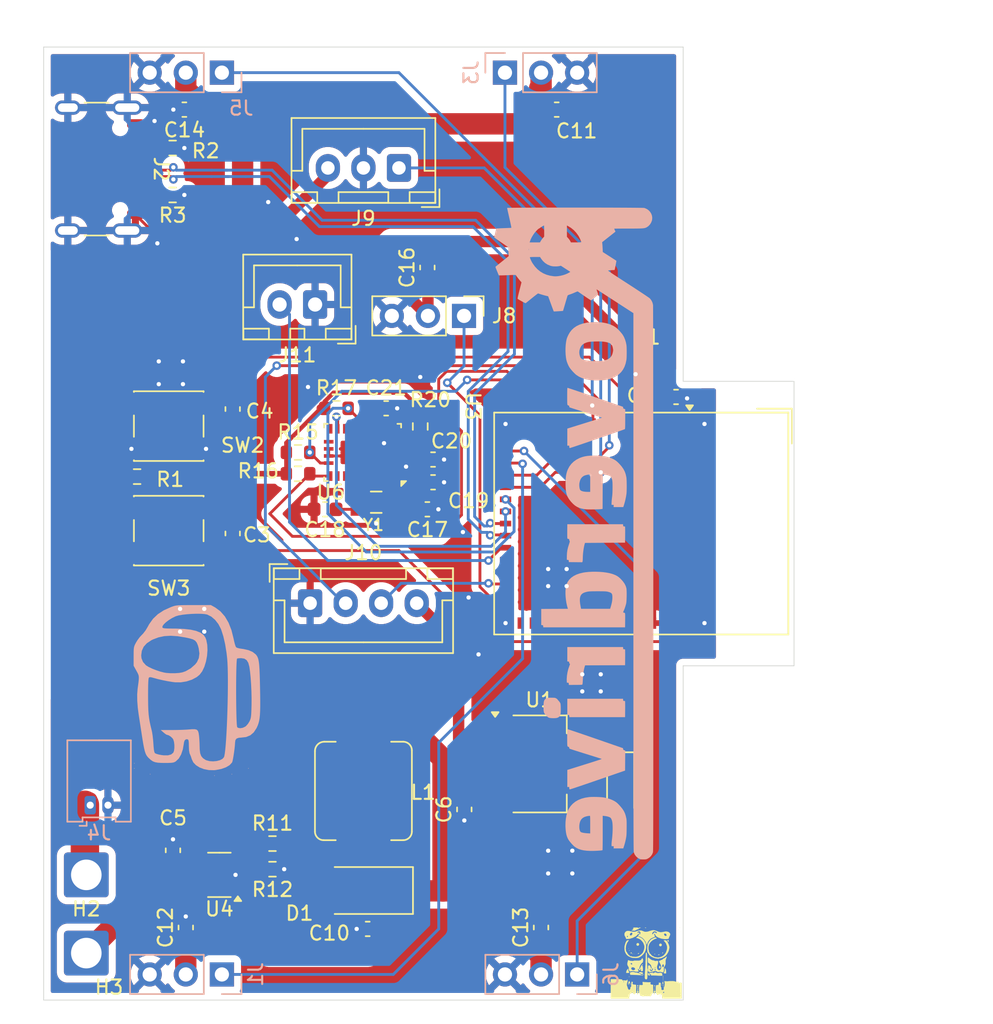
<source format=kicad_pcb>
(kicad_pcb (version 20241229) (generator "pcbnew") (generator_version "9.0")
  (layers (0 "F.Cu" signal) (2 "B.Cu" signal) (13 "F.Paste" user) (15 "B.Paste" user) (5 "F.SilkS" user "F.Silkscreen") (7 "B.SilkS" user "B.Silkscreen") (1 "F.Mask" user) (3 "B.Mask" user) (25 "Edge.Cuts" user))
  (net 0 "")
  (net 1 "GND")
  (net 2 "Net-(U3-EN)")
  (net 3 "Net-(U3-IO0)")
  (net 4 "+BATT")
  (net 5 "+5V")
  (net 6 "Net-(U4-EN)")
  (net 7 "Sense_Echo")
  (net 8 "Sense_Trig")
  (net 10 "D+")
  (net 12 "Net-(J2-CC2)")
  (net 13 "D-")
  (net 14 "Net-(J2-CC1)")
  (net 15 "Net-(U6-XIN32)")
  (net 16 "+3V3")
  (net 17 "LED")
  (net 24 "Net-(U6-XOUT32)")
  (net 30 "Net-(U6-CAP)")
  (net 32 "ServoRL")
  (net 34 "Net-(D1-A)")
  (net 35 "ServoFR")
  (net 40 "ServoFL")
  (net 41 "ServoRR")
  (net 45 "ServoClaw")
  (net 49 "Sense_Sound")
  (net 50 "IMU_SCL")
  (net 51 "IMU_SDA")
  (net 52 "IMU_RST")
  (net 53 "Net-(U6-~{BOOT_LOAD_PIN})")
  (net 54 "IMU_INT")
  (net 67 "Net-(U4-FB)")
  (footprint "Capacitor_SMD:C_0603_1608Metric" (layer "F.Cu") (at 156.8 121)
    (property "Reference" "C10")
    (property "Value" "22uF")
  )
  (footprint "Capacitor_SMD:C_0603_1608Metric" (layer "F.Cu") (at 178.5 83.6)
    (property "Reference" "C2")
    (property "Value" "100nF")
  )
  (footprint "Resistor_SMD:R_0603_1608Metric" (layer "F.Cu") (at 151.9 89)
    (property "Reference" "R16")
    (property "Value" "10k")
  )
  (footprint "Capacitor_SMD:C_0603_1608Metric" (layer "F.Cu") (at 144 120.9 90)
    (property "Reference" "C12")
    (property "Value" "100nF")
  )
  (footprint "Button_Switch_SMD:SW_SPST_PTS647_Sx50" (layer "F.Cu") (at 142.8 85.65 180)
    (property "Reference" "SW2")
    (property "Value" "SW_Push")
  )
  (footprint "Capacitor_Tantalum_SMD:CP_EIA-3216-18_Kemet-A" (layer "F.Cu") (at 174.6 110.9 -90)
    (property "Reference" "C7")
    (property "Value" "22uF")
  )
  (footprint "Resistor_SMD:R_0603_1608Metric" (layer "F.Cu") (at 160.5 85.675 90)
    (property "Reference" "R20")
    (property "Value" "10k")
  )
  (footprint "Package_TO_SOT_SMD:SOT-223-3_TabPin2" (layer "F.Cu") (at 168.9 109.4)
    (property "Reference" "U1")
    (property "Value" "AMS1117-3.3")
  )
  (footprint "Connector_JST:JST_XH_B4B-XH-A_1x04_P2.50mm_Vertical" (layer "F.Cu") (at 152.75 98.1)
    (property "Reference" "J10")
    (property "Value" "Sensor_1")
  )
  (footprint "Resistor_SMD:R_0603_1608Metric" (layer "F.Cu") (at 140.575 89.2)
    (property "Reference" "R1")
    (property "Value" "10k")
  )
  (footprint "Resistor_SMD:R_0603_1608Metric" (layer "F.Cu") (at 143.075 66.1)
    (property "Reference" "R2")
    (property "Value" "5.1k")
  )
  (footprint "Package_LGA:LGA-28_5.2x3.8mm_P0.5mm" (layer "F.Cu") (at 156.4425 87.5 180)
    (property "Reference" "U6")
    (property "Value" "BNO055")
  )
  (footprint "Capacitor_SMD:C_0603_1608Metric" (layer "F.Cu") (at 176.425 82 180)
    (property "Reference" "C1")
    (property "Value" "10uF")
  )
  (footprint "Capacitor_SMD:C_0603_1608Metric" (layer "F.Cu") (at 153.8 91.5 180)
    (property "Reference" "C18")
    (property "Value" "22pF")
  )
  (footprint "Connector_Wire:SolderWire-1.5sqmm_1x01_D1.7mm_OD3mm" (layer "F.Cu") (at 137 122.7 180)
    (property "Reference" "H3")
    (property "Value" "SWO")
  )
  (footprint "Connector_Wire:SolderWire-1.5sqmm_1x01_D1.7mm_OD3mm" (layer "F.Cu") (at 137 117.2 180)
    (property "Reference" "H2")
    (property "Value" "SWI")
  )
  (footprint "Inductor_SMD:L_Bourns_SRP7028A_7.3x6.6mm" (layer "F.Cu") (at 156.5 111.3 -90)
    (property "Reference" "L1")
    (property "Value" "22uH")
  )
  (footprint "Capacitor_SMD:C_0603_1608Metric" (layer "F.Cu") (at 161.4 89.6 180)
    (property "Reference" "C19")
    (property "Value" "10uF")
  )
  (footprint "Button_Switch_SMD:SW_SPST_PTS647_Sx50" (layer "F.Cu") (at 142.8 93 180)
    (property "Reference" "SW3")
    (property "Value" "SW_Push")
  )
  (footprint "Resistor_SMD:R_0603_1608Metric" (layer "F.Cu") (at 151.9 87.5)
    (property "Reference" "R15")
    (property "Value" "10k")
  )
  (footprint "Capacitor_SMD:C_0603_1608Metric" (layer "F.Cu") (at 143.9 63.4 180)
    (property "Reference" "C14")
    (property "Value" "100nF")
  )
  (footprint "Resistor_SMD:R_0603_1608Metric" (layer "F.Cu") (at 143.075 69.4 180)
    (property "Reference" "R3")
    (property "Value" "5.1k")
  )
  (footprint "Capacitor_SMD:C_0603_1608Metric" (layer "F.Cu") (at 147.3 93.2 -90)
    (property "Reference" "C3")
    (property "Value" "100nF")
  )
  (footprint "Capacitor_SMD:C_0603_1608Metric" (layer "F.Cu") (at 163.6 112.6 90)
    (property "Reference" "C6")
    (property "Value" "10uF")
  )
  (footprint "Package_TO_SOT_SMD:SOT-23-6" (layer "F.Cu") (at 146.3625 117.2 180)
    (property "Reference" "U4")
    (property "Value" "MT3608" (hide yes))
  )
  (footprint "Capacitor_SMD:C_0603_1608Metric" (layer "F.Cu") (at 161.4 88)
    (property "Reference" "C20")
    (property "Value" "100nF")
  )
  (footprint "Capacitor_SMD:C_0603_1608Metric" (layer "F.Cu") (at 169 120.9 90)
    (property "Reference" "C13")
    (property "Value" "100nF")
  )
  (footprint "Resistor_SMD:R_0603_1608Metric" (layer "F.Cu") (at 150.1 115)
    (property "Reference" "R11")
    (property "Value" "7.5k")
  )
  (footprint "Connector_JST:JST_XH_B2B-XH-A_1x02_P2.50mm_Vertical" (layer "F.Cu") (at 153.1 77.1 180)
    (property "Reference" "J11")
    (property "Value" "LED")
  )
  (footprint "Connector_USB:USB_C_Receptacle_GCT_USB4105-xx-A_16P_TopMnt_Horizontal" (layer "F.Cu") (at 136.775 67.58 -90)
    (property "Reference" "J2")
    (property "Value" "USB_C_Receptacle_USB2.0_16P")
  )
  (footprint "Connector_JST:JST_XH_B3B-XH-A_1x03_P2.50mm_Vertical" (layer "F.Cu") (at 159 67.5 180)
    (property "Reference" "J9")
    (property "Value" "Sensor_2")
  )
  (footprint "Capacitor_SMD:C_0603_1608Metric" (layer "F.Cu") (at 170.1 63.4)
    (property "Reference" "C11")
    (property "Value" "100nF")
  )
  (footprint "Resistor_SMD:R_0603_1608Metric" (layer "F.Cu") (at 150.1 116.8 180)
    (property "Reference" "R12")
    (property "Value" "1k")
  )
  (footprint "Capacitor_SMD:C_0603_1608Metric" (layer "F.Cu") (at 161 91.5 180)
    (property "Reference" "C17")
    (property "Value" "22pF")
  )
  (footprint "Diode_SMD:D_SMA" (layer "F.Cu") (at 156.4775 118.3 180)
    (property "Reference" "D1")
    (property "Value" "SS34")
  )
  (footprint "Capacitor_SMD:C_0603_1608Metric" (layer "F.Cu") (at 158.1 84.4)
    (property "Reference" "C21")
    (property "Value" "100nF")
  )
  (footprint "Connector_PinHeader_2.54mm:PinHeader_1x03_P2.54mm_Vertical" (layer "F.Cu") (at 163.58 77.9 -90)
    (property "Reference" "J8")
    (property "Value" "Servo_Claw")
  )
  (footprint "LOGO" (layer "F.Cu") (at 176.4 123.4)
    (property "Reference" "G***" (hide yes))
    (property "Value" "LOGO" (hide yes))
  )
  (footprint "ABS07:XTAL_ABS07-32.768KHZ-7-T" (layer "F.Cu") (at 157.4 91 180)
    (property "Reference" "Y1")
    (property "Value" "32.768KHz")
  )
  (footprint "Resistor_SMD:R_0603_1608Metric" (layer "F.Cu") (at 154.6 84.4)
    (property "Reference" "R17")
    (property "Value" "10k")
  )
  (footprint "Capacitor_SMD:C_0603_1608Metric" (layer "F.Cu") (at 161 74.5 90)
    (property "Reference" "C16")
    (property "Value" "100nF")
  )
  (footprint "Capacitor_SMD:C_0603_1608Metric" (layer "F.Cu") (at 143.1 115.475 -90)
    (property "Reference" "C5")
    (property "Value" "22uF")
  )
  (footprint "RF_Module:ESP32-S2-MINI-1" (layer "F.Cu") (at 176.05 92.5 -90)
    (property "Reference" "U3")
    (property "Value" "ESP32-S3-MINI-1")
  )
  (footprint "Capacitor_SMD:C_0603_1608Metric" (layer "F.Cu") (at 147.3 84.45 -90)
    (property "Reference" "C4")
    (property "Value" "100nF")
  )
  (footprint "LOGO" (layer "B.Cu") (at 171.261332 92.683991 -90)
    (property "Reference" "G***" (hide yes))
    (property "Value" "LOGO" (hide yes))
  )
  (footprint "Connector_PinHeader_2.54mm:PinHeader_1x03_P2.54mm_Vertical" (layer "B.Cu") (at 166.46 60.8 -90)
    (property "Reference" "J3")
    (property "Value" "Servo_RL")
  )
  (footprint "Connector_Molex:Molex_PicoBlade_53048-0210_1x02_P1.25mm_Horizontal" (layer "B.Cu") (at 137.275 112.3)
    (property "Reference" "J4")
    (property "Value" "Conn_01x02_Pin")
  )
  (footprint "Connector_PinHeader_2.54mm:PinHeader_1x03_P2.54mm_Vertical" (layer "B.Cu") (at 171.54 124.2 90)
    (property "Reference" "J6")
    (property "Value" "Servo_FL")
  )
  (footprint "Connector_PinHeader_2.54mm:PinHeader_1x03_P2.54mm_Vertical" (layer "B.Cu") (at 146.54 124.2 90)
    (property "Reference" "J1")
    (property "Value" "Servo_FR")
  )
  (footprint "Connector_PinHeader_2.54mm:PinHeader_1x03_P2.54mm_Vertical" (layer "B.Cu") (at 146.54 60.8 90)
    (property "Reference" "J5")
    (property "Value" "Servo_RR")
  )
  (footprint "LOGO" (layer "B.Cu") (at 144.8 104.2 180)
    (property "Reference" "G***" (hide yes))
    (property "Value" "LOGO" (hide yes))
  )
  (gr_line (start 186.8 82.5) (end 179 82.5) (stroke (width 0.05)) (layer "Edge.Cuts"))
  (gr_line (start 179 126) (end 134 126) (stroke (width 0.05)) (layer "Edge.Cuts"))
  (gr_line (start 186.8 82.5) (end 186.8 102.5) (stroke (width 0.05)) (layer "Edge.Cuts"))
  (gr_line (start 179 82.5) (end 179 59) (stroke (width 0.05)) (layer "Edge.Cuts"))
  (gr_line (start 134 59) (end 179 59) (stroke (width 0.05)) (layer "Edge.Cuts"))
  (gr_line (start 134 59) (end 134 126) (stroke (width 0.05)) (layer "Edge.Cuts"))
  (gr_line (start 179 102.5) (end 179 126) (stroke (width 0.05)) (layer "Edge.Cuts"))
  (gr_line (start 186.8 102.5) (end 179 102.5) (stroke (width 0.05)) (layer "Edge.Cuts"))
  (segment (start 161.276 84.96319) (end 162.175 85.86219) (width 0.2) (layer "F.Cu") (net 1))
  (segment (start 156.6925 88.1075) (end 157.95 86.85) (width 0.2) (layer "F.Cu") (net 1))
  (segment (start 158.6925 85.8375) (end 158.6925 86.6125) (width 0.2) (layer "F.Cu") (net 1))
  (segment (start 159.5 88.5) (end 159.25 88.25) (width 0.2) (layer "F.Cu") (net 1))
  (segment (start 141.62 64.38) (end 141.8 64.2) (width 0.2) (layer "F.Cu") (net 1))
  (segment (start 140.455 64.38) (end 141.62 64.38) (width 0.2) (layer "F.Cu") (net 1))
  (segment (start 158.6925 85.8375) (end 158.6925 84.5825) (width 0.2) (layer "F.Cu") (net 1))
  (segment (start 160.5 82.2) (end 161.276 82.976) (width 0.2) (layer "F.Cu") (net 1))
  (segment (start 157.95 86.85) (end 158.05 86.75) (width 0.2) (layer "F.Cu") (net 1))
  (segment (start 158.05 86.75) (end 158.83 86.75) (width 0.2) (layer "F.Cu") (net 1))
  (segment (start 158.6925 86.6125) (end 158.83 86.75) (width 0.2) (layer "F.Cu") (net 1))
  (segment (start 158.6925 84.5825) (end 158.875 84.4) (width 0.2) (layer "F.Cu") (net 1))
  (segment (start 140.455 70.78) (end 142 72.325) (width 0.2) (layer "F.Cu") (net 1))
  (segment (start 154.055 87.75) (end 157.05 87.75) (width 0.2) (layer "F.Cu") (net 1))
  (segment (start 142 72.325) (end 142 72.8) (width 0.2) (layer "F.Cu") (net 1))
  (segment (start 157.05 87.75) (end 157.95 86.85) (width 0.2) (layer "F.Cu") (net 1))
  (segment (start 156.6925 89.1625) (end 156.6925 88.1075) (width 0.2) (layer "F.Cu") (net 1))
  (segment (start 159.25 88.25) (end 158.83 88.25) (width 0.2) (layer "F.Cu") (net 1))
  (segment (start 161.276 82.976) (end 161.276 84.96319) (width 0.2) (layer "F.Cu") (net 1))
  (segment (start 154.055 87.25) (end 154.055 87.75) (width 0.2) (layer "F.Cu") (net 1))
  (segment (start 162.175 85.86219) (end 162.175 88) (width 0.2) (layer "F.Cu") (net 1))
  (via (at 169.5 96.9) (size 0.6) (drill 0.3) (layers "F.Cu" "B.Cu") (net 1))
  (via (at 149.8 69.9) (size 0.6) (drill 0.3) (layers "F.Cu" "B.Cu") (net 1))
  (via (at 161.775 91.5) (size 0.6) (drill 0.3) (layers "F.Cu" "B.Cu") (net 1))
  (via (at 143.125 63.4) (size 0.6) (drill 0.3) (layers "F.Cu" "B.Cu") (net 1))
  (via (at 158.875 84.4) (size 0.6) (drill 0.3) (layers "F.Cu" "B.Cu") (net 1))
  (via (at 144 120.125) (size 0.6) (drill 0.3) (layers "F.Cu" "B.Cu") (net 1))
  (via (at 164.6 101.7) (size 0.6) (drill 0.3) (layers "F.Cu" "B.Cu") (net 1))
  (via (at 160.5 82.2) (size 0.6) (drill 0.3) (layers "F.Cu" "B.Cu") (net 1))
  (via (at 162.175 89.6) (size 0.6) (drill 0.3) (layers "F.Cu" "B.Cu") (net 1))
  (via (at 151.8 72.5) (size 0.6) (drill 0.3) (layers "F.Cu" "B.Cu") (net 1))
  (via (at 173.2 103.1) (size 0.6) (drill 0.3) (layers "F.Cu" "B.Cu") (net 1))
  (via (at 166.5 99.5) (size 0.6) (drill 0.3) (layers "F.Cu" "B.Cu") (net 1))
  (via (at 142.1 81.1) (size 0.6) (drill 0.3) (layers "F.Cu" "B.Cu") (net 1))
  (via (at 147.5 117.2) (size 0.6) (drill 0.3) (layers "F.Cu" "B.Cu") (net 1))
  (via (at 142.1 82.7) (size 0.6) (drill 0.3) (layers "F.Cu" "B.Cu") (net 1))
  (via (at 175.65 82) (size 0.6) (drill 0.3) (layers "F.Cu" "B.Cu") (net 1))
  (via (at 143.8 82.7) (size 0.6) (drill 0.3) (layers "F.Cu" "B.Cu") (net 1))
  (via (at 170.8 96.9) (size 0.6) (drill 0.3) (layers "F.Cu" "B.Cu") (net 1))
  (via (at 169.5 115.5) (size 0.6) (drill 0.3) (layers "F.Cu" "B.Cu") (net 1))
  (via (at 180.5 85.5) (size 0.6) (drill 0.3) (layers "F.Cu" "B.Cu") (net 1))
  (via (at 171.2 115.5) (size 0.6) (drill 0.3) (layers "F.Cu" "B.Cu") (net 1))
  (via (at 171.9 103.1) (size 0.6) (drill 0.3) (layers "F.Cu" "B.Cu") (net 1))
  (via (at 166.5 85.5) (size 0.6) (drill 0.3) (layers "F.Cu" "B.Cu") (net 1))
  (via (at 157.95 86.85) (size 0.6) (drill 0.3) (layers "F.Cu" "B.Cu") (net 1))
  (via (at 143.9 69.4) (size 0.6) (drill 0.3) (layers "F.Cu" "B.Cu") (net 1))
  (via (at 143.6 100.1) (size 0.6) (drill 0.3) (layers "F.Cu" "B.Cu") (net 1))
  (via (at 157.4 92.5) (size 0.6) (drill 0.3) (layers "F.Cu" "B.Cu") (net 1))
  (via (at 140.175 87.25) (size 0.6) (drill 0.3) (layers "F.Cu" "B.Cu") (net 1))
  (via (at 163.9 97.7) (size 0.6) (drill 0.3) (layers "F.Cu" "B.Cu") (net 1))
  (via (at 163.6 113.375) (size 0.6) (drill 0.3) (layers "F.Cu" "B.Cu") (net 1))
  (via (at 180.5 99.5) (size 0.6) (drill 0.3) (layers "F.Cu" "B.Cu") (net 1))
  (via (at 156.025 121) (size 0.6) (drill 0.3) (layers "F.Cu" "B.Cu") (net 1))
  (via (at 173.2 104.3) (size 0.6) (drill 0.3) (layers "F.Cu" "B.Cu") (net 1))
  (via (at 159.5 88.5) (size 0.6) (drill 0.3) (layers "F.Cu" "B.Cu") (net 1))
  (via (at 142 72.8) (size 0.6) (drill 0.3) (layers "F.Cu" "B.Cu") (net 1))
  (via (at 150.925 116.8) (size 0.6) (drill 0.3) (layers "F.Cu" "B.Cu") (net 1))
  (via (at 170.8 95.7) (size 0.6) (drill 0.3) (layers "F.Cu" "B.Cu") (net 1))
  (via (at 141.8 64.2) (size 0.6) (drill 0.3) (layers "F.Cu" "B.Cu") (net 1))
  (via (at 143.6 98.5) (size 0.6) (drill 0.3) (layers "F.Cu" "B.Cu") (net 1))
  (via (at 171.9 104.3) (size 0.6) (drill 0.3) (layers "F.Cu" "B.Cu") (net 1))
  (via (at 143.9 66.1) (size 0.6) (drill 0.3) (layers "F.Cu" "B.Cu") (net 1))
  (via (at 145.3 98.5) (size 0.6) (drill 0.3) (layers "F.Cu" "B.Cu") (net 1))
  (via (at 169.5 117.1) (size 0.6) (drill 0.3) (layers "F.Cu" "B.Cu") (net 1))
  (via (at 143.8 81.1) (size 0.6) (drill 0.3) (layers "F.Cu" "B.Cu") (net 1))
  (via (at 145.3 100.1) (size 0.6) (drill 0.3) (layers "F.Cu" "B.Cu") (net 1))
  (via (at 145.425 87.25) (size 0.6) (drill 0.3) (layers "F.Cu" "B.Cu") (net 1))
  (via (at 163.5 93.1) (size 0.6) (drill 0.3) (layers "F.Cu" "B.Cu") (net 1))
  (via (at 143.1 114.7) (size 0.6) (drill 0.3) (layers "F.Cu" "B.Cu") (net 1))
  (via (at 179.275 83.7) (size 0.6) (drill 0.3) (layers "F.Cu" "B.Cu") (net 1))
  (via (at 169.5 95.7) (size 0.6) (drill 0.3) (layers "F.Cu" "B.Cu") (net 1))
  (via (at 162.175 88) (size 0.6) (drill 0.3) (layers "F.Cu" "B.Cu") (net 1))
  (via (at 152.6 82.9) (size 0.6) (drill 0.3) (layers "F.Cu" "B.Cu") (net 1))
  (via (at 171.2 117.1) (size 0.6) (drill 0.3) (layers "F.Cu" "B.Cu") (net 1))
  (segment (start 141.4 90.175) (end 141.4 89.2) (width 0.2) (layer "F.Cu") (net 2))
  (segment (start 146.1 91.4) (end 140.175 91.4) (width 0.2) (layer "F.Cu") (net 2))
  (segment (start 178.502 100.8) (end 165.4 100.8) (width 0.2) (layer "F.Cu") (net 2))
  (segment (start 147.125 92.425) (end 146.1 91.4) (width 0.2) (layer "F.Cu") (net 2))
  (segment (start 179.45 99.5) (end 179.45 99.852) (width 0.2) (layer "F.Cu") (net 2))
  (segment (start 150.4 94.4) (end 148.425 92.425) (width 0.2) (layer "F.Cu") (net 2))
  (segment (start 148.425 92.425) (end 147.3 92.425) (width 0.2) (layer "F.Cu") (net 2))
  (segment (start 165.4 100.8) (end 159 94.4) (width 0.2) (layer "F.Cu") (net 2))
  (segment (start 140.175 91.4) (end 141.4 90.175) (width 0.2) (layer "F.Cu") (net 2))
  (segment (start 159 94.4) (end 150.4 94.4) (width 0.2) (layer "F.Cu") (net 2))
  (segment (start 147.3 92.425) (end 147.125 92.425) (width 0.2) (layer "F.Cu") (net 2))
  (segment (start 179.45 99.852) (end 178.502 100.8) (width 0.2) (layer "F.Cu") (net 2))
  (segment (start 176.9 85.5) (end 176.9 85.3) (width 0.2) (layer "F.Cu") (net 3))
  (segment (start 147.3 83.225) (end 147.3 83.675) (width 0.2) (layer "F.Cu") (net 3))
  (segment (start 146.925 84.05) (end 147.3 83.675) (width 0.2) (layer "F.Cu") (net 3))
  (segment (start 140.175 84.05) (end 146.925 84.05) (width 0.2) (layer "F.Cu") (net 3))
  (segment (start 176.9 85.3) (end 172.399 80.799) (width 0.2) (layer "F.Cu") (net 3))
  (segment (start 172.399 80.799) (end 149.726 80.799) (width 0.2) (layer "F.Cu") (net 3))
  (segment (start 149.726 80.799) (end 147.3 83.225) (width 0.2) (layer "F.Cu") (net 3))
  (segment (start 136.9 116.55) (end 137.275 116.925) (width 1) (layer "F.Cu") (net 4))
  (segment (start 137.275 116.925) (end 137 117.2) (width 0.2) (layer "F.Cu") (net 4))
  (segment (start 136.9 112.275) (end 136.9 116.55) (width 2) (layer "F.Cu") (net 4))
  (segment (start 137.275 111.9) (end 136.9 112.275) (width 1) (layer "F.Cu") (net 4))
  (segment (start 158.5 118.3225) (end 158.4775 118.3) (width 0.2) (layer "F.Cu") (net 5))
  (segment (start 148 70.7) (end 148 66.002081) (width 1.5) (layer "F.Cu") (net 5))
  (segment (start 164.4225 118.3225) (end 163.1225 118.3225) (width 1.5) (layer "F.Cu") (net 5))
  (segment (start 143.7 65) (end 144.675 64.025) (width 0.6) (layer "F.Cu") (net 5))
  (segment (start 149.602081 64.4) (end 169 64.4) (width 1.5) (layer "F.Cu") (net 5))
  (segment (start 144 121.675) (end 144 124.2) (width 1) (layer "F.Cu") (net 5))
  (segment (start 169 121.675) (end 169.075 121.6) (width 0.2) (layer "F.Cu") (net 5))
  (segment (start 163.1225 118.3225) (end 162.1 118.3225) (width 1.5) (layer "F.Cu") (net 5))
  (segment (start 158.6 111.3) (end 159.5 112.2) (width 1) (layer "F.Cu") (net 5))
  (segment (start 163.6 111.825) (end 165.625 111.825) (width 0.2) (layer "F.Cu") (net 5))
  (segment (start 150.925 115) (end 154.625 111.3) (width 1) (layer "F.Cu") (net 5))
  (segment (start 140.455 69.98) (end 141.18 69.98) (width 0.6) (layer "F.Cu") (net 5))
  (segment (start 156.74335 122.426) (end 158.5 120.66935) (width 1.5) (layer "F.Cu") (net 5))
  (segment (start 144.1 72.9) (end 144.3 72.9) (width 0.6) (layer "F.Cu") (net 5))
  (segment (start 169 124.2) (end 169 121.675) (width 1) (layer "F.Cu") (net 5))
  (segment (start 169 61.9) (end 169 60.8) (width 1.5) (layer "F.Cu") (net 5))
  (segment (start 144.3 72.9) (end 144.3 74.4) (width 0.6) (layer "F.Cu") (net 5))
  (segment (start 135.4 103.7) (end 135.4 74.4) (width 1.5) (layer "F.Cu") (net 5))
  (segment (start 154.625 111.3) (end 158.6 111.3) (width 1) (layer "F.Cu") (net 5))
  (segment (start 144 123.638) (end 144 121.9) (width 1.5) (layer "F.Cu") (net 5))
  (segment (start 157.575 121) (end 158.5 120.075) (width 1) (layer "F.Cu") (net 5))
  (segment (start 165.75 116.995) (end 165.75 111.7) (width 1.5) (layer "F.Cu") (net 5))
  (segment (start 165.625 111.825) (end 165.75 111.7) (width 0.2) (layer "F.Cu") (net 5))
  (segment (start 169 61.9) (end 168.9 61.9) (width 1.5) (layer "F.Cu") (net 5))
  (segment (start 140.455 65.18) (end 141.32 65.18) (width 0.6) (layer "F.Cu") (net 5))
  (segment (start 148 66.002081) (end 145.84896 63.85104) (width 1.5) (layer "F.Cu") (net 5))
  (segment (start 169 124.2) (end 169 122.9) (width 1.5) (layer "F.Cu") (net 5))
  (segment (start 143.925 121.6) (end 144 121.675) (width 0.2) (layer "F.Cu") (net 5))
  (segment (start 137 105.3) (end 135.4 103.7) (width 1.5) (layer "F.Cu") (net 5))
  (segment (start 148 66.002081) (end 149.602081 64.4) (width 1.5) (layer "F.Cu") (net 5))
  (segment (start 169.075 60.875) (end 169 60.8) (width 0.2) (layer "F.Cu") (net 5))
  (segment (start 158.5 120.66935) (end 158.5 118.3225) (width 1.5) (layer "F.Cu") (net 5))
  (segment (start 144 124.2) (end 144 123.638) (width 1) (layer "F.Cu") (net 5))
  (segment (start 162.1 109.048) (end 158.352 105.3) (width 1.5) (layer "F.Cu") (net 5))
  (segment (start 162.1 118.3225) (end 158.5 118.3225) (width 1.5) (layer "F.Cu") (net 5))
  (segment (start 141.18 69.98) (end 144.1 72.9) (width 0.6) (layer "F.Cu") (net 5))
  (segment (start 145.84896 63.85104) (end 144 62.002081) (width 1.5) (layer "F.Cu") (net 5))
  (segment (start 141.5 65) (end 143.7 65) (width 0.6) (layer "F.Cu") (net 5))
  (segment (start 158.5 120.075) (end 158.5 118.3225) (width 1) (layer "F.Cu") (net 5))
  (segment (start 135.4 74.4) (end 144.3 74.4) (width 1.5) (layer "F.Cu") (net 5))
  (segment (start 144 62.002081) (end 144 60.8) (width 1.5) (layer "F.Cu") (net 5))
  (segment (start 158.352 105.3) (end 137 105.3) (width 1.5) (layer "F.Cu") (net 5))
  (segment (start 144.3 74.4) (end 148 70.7) (width 1.5) (layer "F.Cu") (net 5))
  (segment (start 144.675 64.025) (end 144.675 63.4) (width 0.6) (layer "F.Cu") (net 5))
  (segment (start 162.1 118.3225) (end 162.1 109.048) (width 1.5) (layer "F.Cu") (net 5))
  (segment (start 141.32 65.18) (end 141.5 65) (width 0.6) (layer "F.Cu") (net 5))
  (segment (start 149.926 122.426) (end 156.74335 122.426) (width 1.5) (layer "F.Cu") (net 5))
  (segment (start 149.4 121.9) (end 149.926 122.426) (width 1.5) (layer "F.Cu") (net 5))
  (segment (start 164.4225 118.3225) (end 165.75 116.995) (width 1.5) (layer "F.Cu") (net 5))
  (segment (start 159.5 117.2775) (end 158.4775 118.3) (width 1) (layer "F.Cu") (net 5))
  (segment (start 169 64.4) (end 169 61.9) (width 1.5) (layer "F.Cu") (net 5))
  (segment (start 144 121.9) (end 149.4 121.9) (width 1.5) (layer "F.Cu") (net 5))
  (segment (start 144.025 60.825) (end 144 60.8) (width 0.2) (layer "F.Cu") (net 5))
  (segment (start 169 122.9) (end 164.4225 118.3225) (width 1.5) (layer "F.Cu") (net 5))
  (segment (start 159.5 112.2) (end 159.5 117.2775) (width 1) (layer "F.Cu") (net 5))
  (segment (start 145.225 114.675) (end 145.225 116.25) (width 1.5) (layer "F.Cu") (net 6))
  (segment (start 143.1 116.6) (end 145.225 116.6) (width 1.5) (layer "F.Cu") (net 6))
  (segment (start 151.325 108.575) (end 156.5 108.575) (width 1.5) (layer "F.Cu") (net 6))
  (segment (start 137 122.7) (end 143.1 116.6) (width 1.5) (layer "F.Cu") (net 6))
  (segment (start 151.325 108.575) (end 145.225 114.675) (width 1.5) (layer "F.Cu") (net 6))
  (segment (start 173.5 84.250057) (end 170.649943 81.4) (width 0.2) (layer "F.Cu") (net 7))
  (segment (start 170.649943 81.4) (end 150.4 81.4) (width 0.2) (layer "F.Cu") (net 7))
  (segment (start 173.5 85.5) (end 173.5 84.250057) (width 0.2) (layer "F.Cu") (net 7))
  (via (at 150.4 81.4) (size 0.6) (drill 0.3) (layers "F.Cu" "B.Cu") (net 7))
  (segment (start 155.1 98.1) (end 155.25 98.1) (width 0.2) (layer "B.Cu") (net 7))
  (segment (start 150.4 81.4) (end 149.6 82.2) (width 0.2) (layer "B.Cu") (net 7))
  (segment (start 149.6 92.6) (end 155.1 98.1) (width 0.2) (layer "B.Cu") (net 7))
  (segment (start 149.6 82.2) (end 149.6 92.6) (width 0.2) (layer "B.Cu") (net 7))
  (segment (start 165.35 96.75) (end 165.3 96.7) (width 0.2) (layer "F.Cu") (net 8))
  (segment (start 166.5 96.75) (end 165.35 96.75) (width 0.2) (layer "F.Cu") (net 8))
  (via (at 165.3 96.7) (size 0.6) (drill 0.3) (layers "F.Cu" "B.Cu") (net 8))
  (segment (start 159.15 96.7) (end 157.75 98.1) (width 0.2) (layer "B.Cu") (net 8))
  (segment (start 165.3 96.7) (end 159.15 96.7) (width 0.2) (layer "B.Cu") (net 8))
  (segment (start 166.45 93.3) (end 166.5 93.35) (width 0.2) (layer "F.Cu") (net 10))
  (segment (start 141.331 68.062824) (end 141.063824 68.33) (width 0.2) (layer "F.Cu") (net 10))
  (segment (start 140.455 67.33) (end 141.063824 67.33) (width 0.2) (layer "F.Cu") (net 10))
  (segment (start 140.905 67.305) (end 141.286802 67.305) (width 0.2) (layer "F.Cu") (net 10))
  (segment (start 140.455 67.33) (end 140.479999 67.354999) (width 0.2) (layer "F.Cu") (net 10))
  (segment (start 165.42116 93.320435) (end 165.441595 93.3) (width 0.2) (layer "F.Cu") (net 10))
  (segment (start 140.455 67.33) (end 140.88 67.33) (width 0.2) (layer "F.Cu") (net 10))
  (segment (start 141.286802 67.305) (end 142.086062 68.10426) (width 0.2) (layer "F.Cu") (net 10))
  (segment (start 140.88 67.33) (end 140.905 67.305) (width 0.2) (layer "F.Cu") (net 10))
  (segment (start 141.063824 68.33) (end 140.455 68.33) (width 0.2) (layer "F.Cu") (net 10))
  (segment (start 141.331 67.597176) (end 141.331 68.062824) (width 0.2) (layer "F.Cu") (net 10))
  (segment (start 142.086062 68.10426) (end 142.926643 68.10426) (width 0.2) (layer "F.Cu") (net 10))
  (segment (start 142.926643 68.10426) (end 143.126642 68.304259) (width 0.2) (layer "F.Cu") (net 10))
  (segment (start 141.063824 67.33) (end 141.331 67.597176) (width 0.2) (layer "F.Cu") (net 10))
  (segment (start 165.441595 93.3) (end 166.45 93.3) (width 0.2) (layer "F.Cu") (net 10))
  (via (at 143.126642 68.304259) (size 0.6) (drill 0.3) (layers "F.Cu" "B.Cu") (net 10))
  (via (at 165.42116 93.320435) (size 0.6) (drill 0.3) (layers "F.Cu" "B.Cu") (net 10))
  (segment (start 166.675 74.093198) (end 164.297489 71.715687) (width 0.2) (layer "B.Cu") (net 10))
  (segment (start 163.875 92.193198) (end 163.875 83.206802) (width 0.2) (layer "B.Cu") (net 10))
  (segment (start 165.42116 93.320435) (end 165.221161 93.120436) (width 0.2) (layer "B.Cu") (net 10))
  (segment (start 164.143295 71.625) (end 153.406802 71.625) (width 0.2) (layer "B.Cu") (net 10))
  (segment (start 164.206802 71.625) (end 164.143295 71.625) (width 0.2) (layer "B.Cu") (net 10))
  (segment (start 148.222819 68.10426) (end 147.002881 68.10426) (width 0.2) (layer "B.Cu") (net 10))
  (segment (start 143.126642 68.304259) (end 143.326641 68.10426) (width 0.2) (layer "B.Cu") (net 10))
  (segment (start 143.326641 68.10426) (end 145.816087 68.10426) (width 0.2) (layer "B.Cu") (net 10))
  (segment (start 165.221161 93.120436) (end 164.802238 93.120436) (width 0.2) (layer "B.Cu") (net 10))
  (segment (start 149.886062 68.10426) (end 148.222819 68.10426) (width 0.2) (layer "B.Cu") (net 10))
  (segment (start 166.675 80.406802) (end 166.675 74.093198) (width 0.2) (layer "B.Cu") (net 10))
  (segment (start 163.875 83.206802) (end 166.675 80.406802) (width 0.2) (layer "B.Cu") (net 10))
  (segment (start 146.906511 68.10426) (end 146.806242 68.10426) (width 0.2) (layer "B.Cu") (net 10))
  (segment (start 153.406802 71.625) (end 149.886062 68.10426) (width 0.2) (layer "B.Cu") (net 10))
  (segment (start 147.002881 68.10426) (end 146.906511 68.10426) (width 0.2) (layer "B.Cu") (net 10))
  (segment (start 164.802238 93.120436) (end 163.875 92.193198) (width 0.2) (layer "B.Cu") (net 10))
  (segment (start 164.297489 71.715687) (end 164.206802 71.625) (width 0.2) (layer "B.Cu") (net 10))
  (segment (start 145.816087 68.10426) (end 146.806242 68.10426) (width 0.2) (layer "B.Cu") (net 10))
  (segment (start 142.18 69.33) (end 142.25 69.4) (width 0.2) (layer "F.Cu") (net 12))
  (segment (start 140.455 69.33) (end 142.18 69.33) (width 0.2) (layer "F.Cu") (net 12))
  (segment (start 165.42116 92.470435) (end 165.450725 92.5) (width 0.2) (layer "F.Cu") (net 13))
  (segment (start 142.926643 67.654258) (end 143.126642 67.454259) (width 0.2) (layer "F.Cu") (net 13))
  (segment (start 139.846176 66.83) (end 139.579 67.097176) (width 0.2) (layer "F.Cu") (net 13))
  (segment (start 139.579 67.097176) (end 139.579 67.660824) (width 0.2) (layer "F.Cu") (net 13))
  (segment (start 139.579 67.660824) (end 139.748176 67.83) (width 0.2) (layer "F.Cu") (net 13))
  (segment (start 165.450725 92.5) (end 166.5 92.5) (width 0.2) (layer "F.Cu") (net 13))
  (segment (start 140.455 66.83) (end 140.88 66.83) (width 0.2) (layer "F.Cu") (net 13))
  (segment (start 140.455 67.83) (end 140.479999 67.805001) (width 0.2) (layer "F.Cu") (net 13))
  (segment (start 142.272456 67.654258) (end 142.926643 67.654258) (width 0.2) (layer "F.Cu") (net 13))
  (segment (start 140.455 66.83) (end 139.846176 66.83) (width 0.2) (layer "F.Cu") (net 13))
  (segment (start 140.88 66.83) (end 140.905 66.855) (width 0.2) (layer "F.Cu") (net 13))
  (segment (start 140.905 66.855) (end 141.473198 66.855) (width 0.2) (layer "F.Cu") (net 13))
  (segment (start 141.473198 66.855) (end 142.272456 67.654258) (width 0.2) (layer "F.Cu") (net 13))
  (segment (start 139.748176 67.83) (end 140.455 67.83) (width 0.2) (layer "F.Cu") (net 13))
  (via (at 143.126642 67.454259) (size 0.6) (drill 0.3) (layers "F.Cu" "B.Cu") (net 13))
  (via (at 165.42116 92.470435) (size 0.6) (drill 0.3) (layers "F.Cu" "B.Cu") (net 13))
  (segment (start 153.593198 71.175) (end 150.072456 67.654258) (width 0.2) (layer "B.Cu") (net 13))
  (segment (start 165.221161 92.670434) (end 164.988632 92.670434) (width 0.2) (layer "B.Cu") (net 13))
  (segment (start 164.393198 71.175) (end 153.593198 71.175) (width 0.2) (layer "B.Cu") (net 13))
  (segment (start 165.42116 92.470435) (end 165.221161 92.670434) (width 0.2) (layer "B.Cu") (net 13))
  (segment (start 143.326641 67.654258) (end 145.816087 67.654258) (width 0.2) (layer "B.Cu") (net 13))
  (segment (start 164.988632 92.670434) (end 164.325 92.006802) (width 0.2) (layer "B.Cu") (net 13))
  (segment (start 164.325 83.393198) (end 167.125 80.593198) (width 0.2) (layer "B.Cu") (net 13))
  (segment (start 145.816087 67.654258) (end 146.806242 67.654258) (width 0.2) (layer "B.Cu") (net 13))
  (segment (start 167.125 80.593198) (end 167.125 73.906802) (width 0.2) (layer "B.Cu") (net 13))
  (segment (start 167.125 73.906802) (end 164.393198 71.175) (width 0.2) (layer "B.Cu") (net 13))
  (segment (start 143.126642 67.454259) (end 143.326641 67.654258) (width 0.2) (layer "B.Cu") (net 13))
  (segment (start 146.906511 67.654258) (end 146.806242 67.654258) (width 0.2) (layer "B.Cu") (net 13))
  (segment (start 164.325 92.006802) (end 164.325 83.393198) (width 0.2) (layer "B.Cu") (net 13))
  (segment (start 150.072456 67.654258) (end 146.906511 67.654258) (width 0.2) (layer "B.Cu") (net 13))
  (segment (start 140.455 66.33) (end 142.02 66.33) (width 0.2) (layer "F.Cu") (net 14))
  (segment (start 142.02 66.33) (end 142.25 66.1) (width 0.2) (layer "F.Cu") (net 14))
  (segment (start 159.15 91.5) (end 158.65 91) (width 0.2) (layer "F.Cu") (net 15))
  (segment (start 157.7 89.17) (end 157.7 89.65) (width 0.2) (layer "F.Cu") (net 15))
  (segment (start 157.95 89.9) (end 157.95 90.3) (width 0.2) (layer "F.Cu") (net 15))
  (segment (start 160.225 91.5) (end 159.15 91.5) (width 0.2) (layer "F.Cu") (net 15))
  (segment (start 157.95 90.3) (end 158.65 91) (width 0.2) (layer "F.Cu") (net 15))
  (segment (start 157.6925 89.1625) (end 157.7 89.17) (width 0.2) (layer "F.Cu") (net 15))
  (segment (start 157.7 89.65) (end 157.95 89.9) (width 0.2) (layer "F.Cu") (net 15))
  (segment (start 137.8 85.8) (end 137.8 82.7) (width 0.8) (layer "F.Cu") (net 16))
  (segment (start 158.2635 87.75) (end 158.83 87.75) (width 0.2) (layer "F.Cu") (net 16))
  (segment (start 154 68) (end 154 67.5) (width 0.8) (layer "F.Cu") (net 16))
  (segment (start 154.4 83.3) (end 159.35 83.3) (width 0.3) (layer "F.Cu") (net 16))
  (segment (start 141.5 85.8) (end 144.7 89) (width 0.4) (layer "F.Cu") (net 16))
  (segment (start 142.5 103.1) (end 137.8 98.4) (width 0.8) (layer "F.Cu") (net 16))
  (segment (start 160.375 87.75) (end 158.83 87.75) (width 0.3) (layer "F.Cu") (net 16))
  (segment (start 137.8 82.7) (end 142.9 77.6) (width 0.8) (layer "F.Cu") (net 16))
  (segment (start 158.1925 87.821) (end 158.2635 87.75) (width 0.2) (layer "F.Cu") (net 16))
  (segment (start 144.7 89) (end 151.075 89) (width 0.4) (layer "F.Cu") (net 16))
  (segment (start 164.4 109.4) (end 163.2 108.2) (width 0.8) (layer "F.Cu") (net 16))
  (segment (start 148 74) (end 157.14 74) (width 0.8) (layer "F.Cu") (net 16))
  (segment (start 160.5 84.85) (end 160.525 84.85) (width 0.3) (layer "F.Cu") (net 16))
  (segment (start 161.04 77.9) (end 161.04 75.315) (width 0.8) (layer "F.Cu") (net 16))
  (segment (start 157.14 74) (end 161.04 77.9) (width 0.8) (layer "F.Cu") (net 16))
  (segment (start 177.75 82.450626) (end 177.75 85.5) (width 0.8) (layer "F.Cu") (net 16))
  (segment (start 137.8 85.8) (end 141.5 85.8) (width 0.4) (layer "F.Cu") (net 16))
  (segment (start 153.775 84.4) (end 153.775 83.925) (width 0.3) (layer "F.Cu") (net 16))
  (segment (start 139.75 89.2) (end 137.8 89.2) (width 0.8) (layer "F.Cu") (net 16))
  (segment (start 153.775 83.925) (end 154.4 83.3) (width 0.3) (layer "F.Cu") (net 16))
  (segment (start 172.1975 109.5475) (end 172.05 109.4) (width 0.2) (layer "F.Cu") (net 16))
  (segment (start 142.9 77.6) (end 144.4 77.6) (width 0.8) (layer "F.Cu") (net 16))
  (segment (start 160.625 88) (end 160.375 87.75) (width 0.2) (layer "F.Cu") (net 16))
  (segment (start 153.5 84.4) (end 151.075 86.825) (width 0.3) (layer "F.Cu") (net 16))
  (segment (start 148 74) (end 154 68) (width 0.8) (layer "F.Cu") (net 16))
  (segment (start 177.75 83.925) (end 177.525 83.7) (width 0.2) (layer "F.Cu") (net 16))
  (segment (start 160.525 84.85) (end 161.4 85.725) (width 0.3) (layer "F.Cu") (net 16))
  (segment (start 161.04 75.315) (end 161 75.275) (width 0.8) (layer "F.Cu") (net 16))
  (segment (start 163.2 103.1) (end 142.5 103.1) (width 0.8) (layer "F.Cu") (net 16))
  (segment (start 151.075 86.825) (end 151.075 87.1) (width 0.3) (layer "F.Cu") (net 16))
  (segment (start 174.6 109.5475) (end 172.1975 109.5475) (width 0.8) (layer "F.Cu") (net 16))
  (segment (start 158.1925 89.1625) (end 158.1925 87.821) (width 0.2) (layer "F.Cu") (net 16))
  (segment (start 167.973374 72.674) (end 177.75 82.450626) (width 0.8) (layer "F.Cu") (net 16))
  (segment (start 153.775 84.4) (end 153.5 84.4) (width 0.6) (layer "F.Cu") (net 16))
  (segment (start 160.5 84.85) (end 160.5 84.79989) (width 0.2) (layer "F.Cu") (net 16))
  (segment (start 163.2 101.05) (end 160.25 98.1) (width 0.8) (layer "F.Cu") (net 16))
  (segment (start 159.35 83.3) (end 160.5 84.45) (width 0.3) (layer "F.Cu") (net 16))
  (segment (start 163.2 108.2) (end 163.2 103.1) (width 0.8) (layer "F.Cu") (net 16))
  (segment (start 158.466 72.674) (end 167.973374 72.674) (width 0.8) (layer "F.Cu") (net 16))
  (segment (start 157.14 74) (end 158.466 72.674) (width 0.8) (layer "F.Cu") (net 16))
  (segment (start 160.5 84.45) (end 160.5 84.85) (width 0.6) (layer "F.Cu") (net 16))
  (segment (start 172.05 109.4) (end 165.75 109.4) (width 0.8) (layer "F.Cu") (net 16))
  (segment (start 151.075 87.1) (end 151.075 89) (width 0.3) (layer "F.Cu") (net 16))
  (segment (start 165.75 109.4) (end 164.4 109.4) (width 0.8) (layer "F.Cu") (net 16))
  (segment (start 144.4 77.6) (end 148 74) (width 0.8) (layer "F.Cu") (net 16))
  (segment (start 160.625 88) (end 160.625 89.6) (width 0.3) (layer "F.Cu") (net 16))
  (segment (start 137.8 89.2) (end 137.8 85.8) (width 0.8) (layer "F.Cu") (net 16))
  (segment (start 137.8 98.4) (end 137.8 89.2) (width 0.8) (layer "F.Cu") (net 16))
  (segment (start 161.4 85.725) (end 161.4 87.225) (width 0.3) (layer "F.Cu") (net 16))
  (segment (start 163.2 103.1) (end 163.2 101.05) (width 0.8) (layer "F.Cu") (net 16))
  (segment (start 161.4 87.225) (end 160.625 88) (width 0.3) (layer "F.Cu") (net 16))
  (segment (start 166.2 94.2) (end 165.3 95.1) (width 0.2) (layer "F.Cu") (net 17))
  (segment (start 166.5 94.2) (end 166.2 94.2) (width 0.2) (layer "F.Cu") (net 17))
  (via (at 165.3 95.1) (size 0.6) (drill 0.3) (layers "F.Cu" "B.Cu") (net 17))
  (segment (start 154 95.1) (end 151.3 92.4) (width 0.2) (layer "B.Cu") (net 17))
  (segment (start 165.3 95.1) (end 154 95.1) (width 0.2) (layer "B.Cu") (net 17))
  (segment (start 151.3 77.8) (end 150.6 77.1) (width 0.2) (layer "B.Cu") (net 17))
  (segment (start 151.3 92.4) (end 151.3 77.8) (width 0.2) (layer "B.Cu") (net 17))
  (segment (start 156.15 90.85) (end 156.15 91) (width 0.2) (layer "F.Cu") (net 24))
  (segment (start 157.1925 89.1625) (end 157.2 89.17) (width 0.2) (layer "F.Cu") (net 24))
  (segment (start 157.2 89.17) (end 157.2 89.8) (width 0.2) (layer "F.Cu") (net 24))
  (segment (start 154.575 91.5) (end 155.65 91.5) (width 0.2) (layer "F.Cu") (net 24))
  (segment (start 155.65 91.5) (end 156.15 91) (width 0.2) (layer "F.Cu") (net 24))
  (segment (start 157.2 89.8) (end 156.15 90.85) (width 0.2) (layer "F.Cu") (net 24))
  (segment (start 157.325 84.4) (end 157.1925 84.5325) (width 0.2) (layer "F.Cu") (net 30))
  (segment (start 157.1925 84.5325) (end 157.1925 85.8375) (width 0.2) (layer "F.Cu") (net 30))
  (segment (start 173.8 87) (end 173.8 87.1) (width 0.2) (layer "F.Cu") (net 32))
  (segment (start 172.7 88.2) (end 169.6 88.2) (width 0.2) (layer "F.Cu") (net 32))
  (segment (start 169.6 88.2) (end 168.7 89.1) (width 0.2) (layer "F.Cu") (net 32))
  (segment (start 173.8 87.1) (end 172.7 88.2) (width 0.2) (layer "F.Cu") (net 32))
  (segment (start 168.7 89.1) (end 166.5 89.1) (width 0.2) (layer "F.Cu") (net 32))
  (via (at 173.8 87) (size 0.6) (drill 0.3) (layers "F.Cu" "B.Cu") (net 32))
  (segment (start 173.8 87) (end 173.8 74.8) (width 0.2) (layer "B.Cu") (net 32))
  (segment (start 173.8 74.8) (end 166.46 67.46) (width 0.2) (layer "B.Cu") (net 32))
  (segment (start 166.46 67.46) (end 166.46 60.8) (width 0.2) (layer "B.Cu") (net 32))
  (segment (start 156.5 114.025) (end 152.375 118.15) (width 1) (layer "F.Cu") (net 34))
  (segment (start 154.3275 118.15) (end 154.4775 118.3) (width 0.2) (layer "F.Cu") (net 34))
  (segment (start 152.375 118.15) (end 147.5 118.15) (width 0.9) (layer "F.Cu") (net 34))
  (segment (start 152.525 118.3) (end 152.375 118.15) (width 0.2) (layer "F.Cu") (net 34))
  (segment (start 154.4775 118.3) (end 152.525 118.3) (width 1) (layer "F.Cu") (net 34))
  (segment (start 166.5 88.25) (end 167.65 88.25) (width 0.2) (layer "F.Cu") (net 35))
  (segment (start 167.65 88.25) (end 167.7 88.3) (width 0.2) (layer "F.Cu") (net 35))
  (via (at 167.7 88.3) (size 0.6) (drill 0.3) (layers "F.Cu" "B.Cu") (net 35))
  (segment (start 158.6 124.2) (end 146.54 124.2) (width 0.2) (layer "B.Cu") (net 35))
  (segment (start 167.7 102) (end 161.8 107.9) (width 0.2) (layer "B.Cu") (net 35))
  (segment (start 167.7 88.3) (end 167.7 102) (width 0.2) (layer "B.Cu") (net 35))
  (segment (start 161.8 121) (end 158.6 124.2) (width 0.2) (layer "B.Cu") (net 35))
  (segment (start 161.8 107.9) (end 161.8 121) (width 0.2) (layer "B.Cu") (net 35))
  (segment (start 166.5 87.4) (end 167.8 87.4) (width 0.2) (layer "F.Cu") (net 40))
  (via (at 167.8 87.4) (size 0.6) (drill 0.3) (layers "F.Cu" "B.Cu") (net 40))
  (segment (start 167.8 87.4) (end 176.7 96.3) (width 0.2) (layer "B.Cu") (net 40))
  (segment (start 176.7 96.3) (end 176.7 115.28) (width 0.2) (layer "B.Cu") (net 40))
  (segment (start 171.54 120.44) (end 171.54 124.2) (width 0.2) (layer "B.Cu") (net 40))
  (segment (start 176.7 115.28) (end 171.54 120.44) (width 0.2) (layer "B.Cu") (net 40))
  (segment (start 168.95 89.95) (end 170 88.9) (width 0.2) (layer "F.Cu") (net 41))
  (segment (start 166.5 89.95) (end 168.95 89.95) (width 0.2) (layer "F.Cu") (net 41))
  (segment (start 170 88.9) (end 173.2 88.9) (width 0.2) (layer "F.Cu") (net 41))
  (via (at 173.2 88.9) (size 0.6) (drill 0.3) (layers "F.Cu" "B.Cu") (net 41))
  (segment (start 173.2 88.9) (end 173.2 75) (width 0.2) (layer "B.Cu") (net 41))
  (segment (start 173.2 75) (end 159 60.8) (width 0.2) (layer "B.Cu") (net 41))
  (segment (start 159 60.8) (end 146.54 60.8) (width 0.2) (layer "B.Cu") (net 41))
  (segment (start 166.5 97.6) (end 165.350057 97.6) (width 0.2) (layer "F.Cu") (net 45))
  (segment (start 165.350057 97.6) (end 164.699 96.948943) (width 0.2) (layer "F.Cu") (net 45))
  (segment (start 164.699 84.899) (end 162.4 82.6) (width 0.2) (layer "F.Cu") (net 45))
  (segment (start 164.699 96.948943) (end 164.699 84.899) (width 0.2) (layer "F.Cu") (net 45))
  (via (at 162.4 82.6) (size 0.6) (drill 0.3) (layers "F.Cu" "B.Cu") (net 45))
  (segment (start 163.58 81.42) (end 163.58 77.9) (width 0.2) (layer "B.Cu") (net 45))
  (segment (start 162.4 82.6) (end 163.58 81.42) (width 0.2) (layer "B.Cu") (net 45))
  (segment (start 172.65 84.25) (end 172.6 84.2) (width 0.2) (layer "F.Cu") (net 49))
  (segment (start 172.65 85.5) (end 172.65 84.25) (width 0.2) (layer "F.Cu") (net 49))
  (via (at 172.6 84.2) (size 0.6) (drill 0.3) (layers "F.Cu" "B.Cu") (net 49))
  (segment (start 172.6 84.2) (end 172.6 75.1) (width 0.2) (layer "B.Cu") (net 49))
  (segment (start 172.6 75.1) (end 165 67.5) (width 0.2) (layer "B.Cu") (net 49))
  (segment (start 165 67.5) (end 159 67.5) (width 0.2) (layer "B.Cu") (net 49))
  (segment (start 153.475 88.25) (end 152.725 87.5) (width 0.2) (layer "F.Cu") (net 50))
  (segment (start 163.8 82.401) (end 166.401 82.401) (width 0.2) (layer "F.Cu") (net 50))
  (segment (start 154.055 88.25) (end 153.475 88.25) (width 0.2) (layer "F.Cu") (net 50))
  (segment (start 169.25 85.25) (end 169.25 85.5) (width 0.2) (layer "F.Cu") (net 50))
  (segment (start 166.401 82.401) (end 169.25 85.25) (width 0.2) (layer "F.Cu") (net 50))
  (via (at 152.725 87.5) (size 0.6) (drill 0.3) (layers "F.Cu" "B.Cu") (net 50))
  (via (at 163.8 82.401) (size 0.6) (drill 0.3) (layers "F.Cu" "B.Cu") (net 50))
  (segment (start 154.978666 83.201) (end 163 83.201) (width 0.2) (layer "B.Cu") (net 50))
  (segment (start 163 83.201) (end 163.8 82.401) (width 0.2) (layer "B.Cu") (net 50))
  (segment (start 152.725 85.454666) (end 154.978666 83.201) (width 0.2) (layer "B.Cu") (net 50))
  (segment (start 152.725 87.5) (end 152.725 85.454666) (width 0.2) (layer "B.Cu") (net 50))
  (segment (start 166.6 81.8) (end 170.1 85.3) (width 0.2) (layer "F.Cu") (net 51))
  (segment (start 161.799 82.351057) (end 162.350057 81.8) (width 0.2) (layer "F.Cu") (net 51))
  (segment (start 149.9125 91.8125) (end 151.5 93.4) (width 0.2) (layer "F.Cu") (net 51))
  (segment (start 152.8875 89.1625) (end 152.725 89) (width 0.2) (layer "F.Cu") (net 51))
  (segment (start 162.350057 81.8) (end 166.6 81.8) (width 0.2) (layer "F.Cu") (net 51))
  (segment (start 152.725 89) (end 149.9125 91.8125) (width 0.2) (layer "F.Cu") (net 51))
  (segment (start 151.5 93.4) (end 161.9 93.4) (width 0.2) (layer "F.Cu") (net 51))
  (segment (start 154.1925 89.1625) (end 152.8875 89.1625) (width 0.2) (layer "F.Cu") (net 51))
  (segment (start 163.4 86) (end 161.799 84.399) (width 0.2) (layer "F.Cu") (net 51))
  (segment (start 170.1 85.3) (end 170.1 85.5) (width 0.2) (layer "F.Cu") (net 51))
  (segment (start 161.9 93.4) (end 163.4 91.9) (width 0.2) (layer "F.Cu") (net 51))
  (segment (start 163.4 91.9) (end 163.4 86) (width 0.2) (layer "F.Cu") (net 51))
  (segment (start 161.799 84.399) (end 161.799 82.351057) (width 0.2) (layer "F.Cu") (net 51))
  (segment (start 156.1925 85.8375) (end 156.1925 85.1675) (width 0.2) (layer "F.Cu") (net 52))
  (segment (start 156.1925 85.1675) (end 155.425 84.4) (width 0.2) (layer "F.Cu") (net 52))
  (via (at 155.425 84.4) (size 0.6) (drill 0.3) (layers "F.Cu" "B.Cu") (net 52))
  (via (at 166.5 90.8) (size 0.6) (drill 0.3) (layers "F.Cu" "B.Cu") (net 52))
  (segment (start 165.658638 94.5) (end 156.7 94.5) (width 0.2) (layer "B.Cu") (net 52))
  (segment (start 167.101 91.401) (end 167.101 93.057638) (width 0.2) (layer "B.Cu") (net 52))
  (segment (start 154.351056 84.39571) (end 155.42071 84.39571) (width 0.2) (layer "B.Cu") (net 52))
  (segment (start 155.42071 84.39571) (end 155.425 84.4) (width 0.2) (layer "B.Cu") (net 52))
  (segment (start 156.7 94.5) (end 153.998999 91.798999) (width 0.2) (layer "B.Cu") (net 52))
  (segment (start 167.101 93.057638) (end 165.658638 94.5) (width 0.2) (layer "B.Cu") (net 52))
  (segment (start 153.998999 84.747767) (end 154.351056 84.39571) (width 0.2) (layer "B.Cu") (net 52))
  (segment (start 166.5 90.8) (end 167.101 91.401) (width 0.2) (layer "B.Cu") (net 52))
  (segment (start 153.998999 91.798999) (end 153.998999 84.747767) (width 0.2) (layer "B.Cu") (net 52))
  (segment (start 159.75 87.25) (end 160.5 86.5) (width 0.2) (layer "F.Cu") (net 53))
  (segment (start 158.83 87.25) (end 159.75 87.25) (width 0.2) (layer "F.Cu") (net 53))
  (segment (start 154.6925 85.089211) (end 154.599999 84.99671) (width 0.2) (layer "F.Cu") (net 54))
  (segment (start 154.6925 85.8375) (end 154.6925 85.089211) (width 0.2) (layer "F.Cu") (net 54))
  (via (at 166.5 91.65) (size 0.6) (drill 0.3) (layers "F.Cu" "B.Cu") (net 54))
  (via (at 154.599999 84.99671) (size 0.6) (drill 0.3) (layers "F.Cu" "B.Cu") (net 54))
  (segment (start 157.5 94.1) (end 165.491538 94.1) (width 0.2) (layer "B.Cu") (net 54))
  (segment (start 165.491538 94.1) (end 166.5 93.091538) (width 0.2) (layer "B.Cu") (net 54))
  (segment (start 154.599999 91.199999) (end 157.5 94.1) (width 0.2) (layer "B.Cu") (net 54))
  (segment (start 154.599999 84.99671) (end 154.599999 91.199999) (width 0.2) (layer "B.Cu") (net 54))
  (segment (start 166.5 93.091538) (end 166.5 91.65) (width 0.2) (layer "B.Cu") (net 54))
  (segment (start 148.75 115) (end 149.275 115) (width 0.9) (layer "F.Cu") (net 67))
  (segment (start 148.725 116.25) (end 147.5 116.25) (width 0.9) (layer "F.Cu") (net 67))
  (segment (start 149.275 116.8) (end 148.725 116.25) (width 0.9) (layer "F.Cu") (net 67))
  (segment (start 147.5 116.25) (end 148.75 115) (width 0.9) (layer "F.Cu") (net 67))
  (zone (net 1) (net_name "GND") (layers "F.Cu" "B.Cu") (connect_pads (clearance 0.5)) (min_thickness 0.25) (fill yes (thermal_gap 0.5) (thermal_bridge_width 0.5))
    (polygon (pts (xy 134 59) (xy 134 126) (xy 179 126) (xy 179 102.5) (xy 186.8 102.5) (xy 186.8 82.5) (xy 179 82.5) (xy 179 59)))
  )
)
</source>
